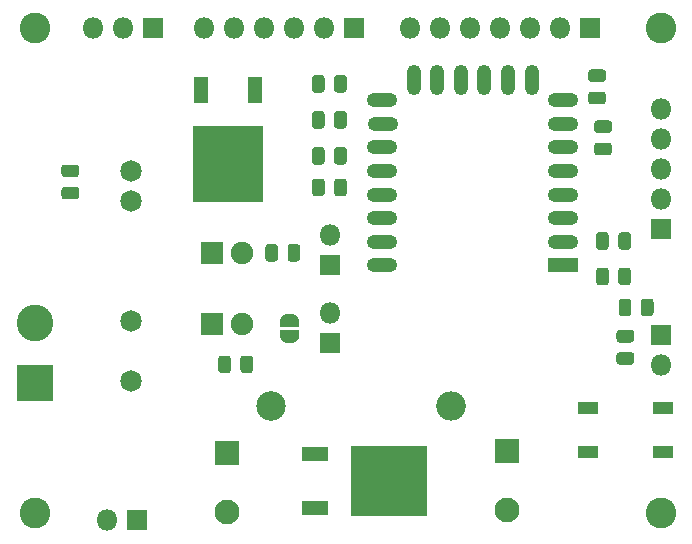
<source format=gbr>
%TF.GenerationSoftware,KiCad,Pcbnew,5.1.6-c6e7f7d~87~ubuntu18.04.1*%
%TF.CreationDate,2022-02-07T12:13:50+00:00*%
%TF.ProjectId,wifiboard-v4,77696669-626f-4617-9264-2d76342e6b69,rev?*%
%TF.SameCoordinates,Original*%
%TF.FileFunction,Soldermask,Top*%
%TF.FilePolarity,Negative*%
%FSLAX46Y46*%
G04 Gerber Fmt 4.6, Leading zero omitted, Abs format (unit mm)*
G04 Created by KiCad (PCBNEW 5.1.6-c6e7f7d~87~ubuntu18.04.1) date 2022-02-07 12:13:50*
%MOMM*%
%LPD*%
G01*
G04 APERTURE LIST*
%ADD10C,2.100000*%
%ADD11R,2.100000X2.100000*%
%ADD12C,1.900000*%
%ADD13R,1.900000X1.900000*%
%ADD14O,1.800000X1.800000*%
%ADD15R,1.800000X1.800000*%
%ADD16R,3.100000X3.100000*%
%ADD17C,3.100000*%
%ADD18C,1.825000*%
%ADD19R,5.900000X6.500000*%
%ADD20R,1.300000X2.300000*%
%ADD21C,2.500000*%
%ADD22O,2.500000X2.500000*%
%ADD23R,1.800000X1.100000*%
%ADD24C,2.600000*%
%ADD25R,2.300000X1.300000*%
%ADD26R,6.500000X5.900000*%
%ADD27R,2.600000X1.200000*%
%ADD28O,2.600000X1.200000*%
%ADD29O,1.200000X2.600000*%
%ADD30C,0.100000*%
G04 APERTURE END LIST*
D10*
%TO.C,C1*%
X39243000Y-175942000D03*
D11*
X39243000Y-170942000D03*
%TD*%
%TO.C,C2*%
G36*
G01*
X72518750Y-162400000D02*
X73481250Y-162400000D01*
G75*
G02*
X73750000Y-162668750I0J-268750D01*
G01*
X73750000Y-163206250D01*
G75*
G02*
X73481250Y-163475000I-268750J0D01*
G01*
X72518750Y-163475000D01*
G75*
G02*
X72250000Y-163206250I0J268750D01*
G01*
X72250000Y-162668750D01*
G75*
G02*
X72518750Y-162400000I268750J0D01*
G01*
G37*
G36*
G01*
X72518750Y-160525000D02*
X73481250Y-160525000D01*
G75*
G02*
X73750000Y-160793750I0J-268750D01*
G01*
X73750000Y-161331250D01*
G75*
G02*
X73481250Y-161600000I-268750J0D01*
G01*
X72518750Y-161600000D01*
G75*
G02*
X72250000Y-161331250I0J268750D01*
G01*
X72250000Y-160793750D01*
G75*
G02*
X72518750Y-160525000I268750J0D01*
G01*
G37*
%TD*%
%TO.C,C3*%
X63000000Y-170815000D03*
D10*
X63000000Y-175815000D03*
%TD*%
%TO.C,C4*%
G36*
G01*
X71093250Y-141429000D02*
X70130750Y-141429000D01*
G75*
G02*
X69862000Y-141160250I0J268750D01*
G01*
X69862000Y-140622750D01*
G75*
G02*
X70130750Y-140354000I268750J0D01*
G01*
X71093250Y-140354000D01*
G75*
G02*
X71362000Y-140622750I0J-268750D01*
G01*
X71362000Y-141160250D01*
G75*
G02*
X71093250Y-141429000I-268750J0D01*
G01*
G37*
G36*
G01*
X71093250Y-139554000D02*
X70130750Y-139554000D01*
G75*
G02*
X69862000Y-139285250I0J268750D01*
G01*
X69862000Y-138747750D01*
G75*
G02*
X70130750Y-138479000I268750J0D01*
G01*
X71093250Y-138479000D01*
G75*
G02*
X71362000Y-138747750I0J-268750D01*
G01*
X71362000Y-139285250D01*
G75*
G02*
X71093250Y-139554000I-268750J0D01*
G01*
G37*
%TD*%
%TO.C,C5*%
G36*
G01*
X70525000Y-153481250D02*
X70525000Y-152518750D01*
G75*
G02*
X70793750Y-152250000I268750J0D01*
G01*
X71331250Y-152250000D01*
G75*
G02*
X71600000Y-152518750I0J-268750D01*
G01*
X71600000Y-153481250D01*
G75*
G02*
X71331250Y-153750000I-268750J0D01*
G01*
X70793750Y-153750000D01*
G75*
G02*
X70525000Y-153481250I0J268750D01*
G01*
G37*
G36*
G01*
X72400000Y-153481250D02*
X72400000Y-152518750D01*
G75*
G02*
X72668750Y-152250000I268750J0D01*
G01*
X73206250Y-152250000D01*
G75*
G02*
X73475000Y-152518750I0J-268750D01*
G01*
X73475000Y-153481250D01*
G75*
G02*
X73206250Y-153750000I-268750J0D01*
G01*
X72668750Y-153750000D01*
G75*
G02*
X72400000Y-153481250I0J268750D01*
G01*
G37*
%TD*%
D12*
%TO.C,D1*%
X40540000Y-154000000D03*
D13*
X38000000Y-154000000D03*
%TD*%
%TO.C,D2*%
X38000000Y-160000000D03*
D12*
X40540000Y-160000000D03*
%TD*%
D14*
%TO.C,J1*%
X29083000Y-176657000D03*
D15*
X31623000Y-176657000D03*
%TD*%
%TO.C,J2*%
X76000000Y-161000000D03*
D14*
X76000000Y-163540000D03*
%TD*%
D15*
%TO.C,J3*%
X76000000Y-152000000D03*
D14*
X76000000Y-149460000D03*
X76000000Y-146920000D03*
X76000000Y-144380000D03*
X76000000Y-141840000D03*
%TD*%
D15*
%TO.C,J4*%
X70000000Y-135000000D03*
D14*
X67460000Y-135000000D03*
X64920000Y-135000000D03*
X62380000Y-135000000D03*
X59840000Y-135000000D03*
X57300000Y-135000000D03*
X54760000Y-135000000D03*
%TD*%
D15*
%TO.C,J5*%
X50000000Y-135000000D03*
D14*
X47460000Y-135000000D03*
X44920000Y-135000000D03*
X42380000Y-135000000D03*
X39840000Y-135000000D03*
X37300000Y-135000000D03*
%TD*%
D15*
%TO.C,J6*%
X48000000Y-155000000D03*
D14*
X48000000Y-152460000D03*
%TD*%
D15*
%TO.C,J7*%
X33000000Y-135000000D03*
D14*
X30460000Y-135000000D03*
X27920000Y-135000000D03*
%TD*%
D16*
%TO.C,J8*%
X23000000Y-165000000D03*
D17*
X23000000Y-159920000D03*
%TD*%
D18*
%TO.C,K1*%
X31123000Y-147110000D03*
X31123000Y-149650000D03*
X31123000Y-159810000D03*
X31123000Y-164890000D03*
%TD*%
D19*
%TO.C,Q1*%
X39370000Y-146499000D03*
D20*
X37090000Y-140199000D03*
X41650000Y-140199000D03*
%TD*%
D21*
%TO.C,R1*%
X43000000Y-167000000D03*
D22*
X58240000Y-167000000D03*
%TD*%
%TO.C,R2*%
G36*
G01*
X72439000Y-159104250D02*
X72439000Y-158141750D01*
G75*
G02*
X72707750Y-157873000I268750J0D01*
G01*
X73245250Y-157873000D01*
G75*
G02*
X73514000Y-158141750I0J-268750D01*
G01*
X73514000Y-159104250D01*
G75*
G02*
X73245250Y-159373000I-268750J0D01*
G01*
X72707750Y-159373000D01*
G75*
G02*
X72439000Y-159104250I0J268750D01*
G01*
G37*
G36*
G01*
X74314000Y-159104250D02*
X74314000Y-158141750D01*
G75*
G02*
X74582750Y-157873000I268750J0D01*
G01*
X75120250Y-157873000D01*
G75*
G02*
X75389000Y-158141750I0J-268750D01*
G01*
X75389000Y-159104250D01*
G75*
G02*
X75120250Y-159373000I-268750J0D01*
G01*
X74582750Y-159373000D01*
G75*
G02*
X74314000Y-159104250I0J268750D01*
G01*
G37*
%TD*%
%TO.C,R3*%
G36*
G01*
X70638750Y-144672000D02*
X71601250Y-144672000D01*
G75*
G02*
X71870000Y-144940750I0J-268750D01*
G01*
X71870000Y-145478250D01*
G75*
G02*
X71601250Y-145747000I-268750J0D01*
G01*
X70638750Y-145747000D01*
G75*
G02*
X70370000Y-145478250I0J268750D01*
G01*
X70370000Y-144940750D01*
G75*
G02*
X70638750Y-144672000I268750J0D01*
G01*
G37*
G36*
G01*
X70638750Y-142797000D02*
X71601250Y-142797000D01*
G75*
G02*
X71870000Y-143065750I0J-268750D01*
G01*
X71870000Y-143603250D01*
G75*
G02*
X71601250Y-143872000I-268750J0D01*
G01*
X70638750Y-143872000D01*
G75*
G02*
X70370000Y-143603250I0J268750D01*
G01*
X70370000Y-143065750D01*
G75*
G02*
X70638750Y-142797000I268750J0D01*
G01*
G37*
%TD*%
%TO.C,R4*%
G36*
G01*
X73475000Y-155518750D02*
X73475000Y-156481250D01*
G75*
G02*
X73206250Y-156750000I-268750J0D01*
G01*
X72668750Y-156750000D01*
G75*
G02*
X72400000Y-156481250I0J268750D01*
G01*
X72400000Y-155518750D01*
G75*
G02*
X72668750Y-155250000I268750J0D01*
G01*
X73206250Y-155250000D01*
G75*
G02*
X73475000Y-155518750I0J-268750D01*
G01*
G37*
G36*
G01*
X71600000Y-155518750D02*
X71600000Y-156481250D01*
G75*
G02*
X71331250Y-156750000I-268750J0D01*
G01*
X70793750Y-156750000D01*
G75*
G02*
X70525000Y-156481250I0J268750D01*
G01*
X70525000Y-155518750D01*
G75*
G02*
X70793750Y-155250000I268750J0D01*
G01*
X71331250Y-155250000D01*
G75*
G02*
X71600000Y-155518750I0J-268750D01*
G01*
G37*
%TD*%
%TO.C,R5*%
G36*
G01*
X44400000Y-154481250D02*
X44400000Y-153518750D01*
G75*
G02*
X44668750Y-153250000I268750J0D01*
G01*
X45206250Y-153250000D01*
G75*
G02*
X45475000Y-153518750I0J-268750D01*
G01*
X45475000Y-154481250D01*
G75*
G02*
X45206250Y-154750000I-268750J0D01*
G01*
X44668750Y-154750000D01*
G75*
G02*
X44400000Y-154481250I0J268750D01*
G01*
G37*
G36*
G01*
X42525000Y-154481250D02*
X42525000Y-153518750D01*
G75*
G02*
X42793750Y-153250000I268750J0D01*
G01*
X43331250Y-153250000D01*
G75*
G02*
X43600000Y-153518750I0J-268750D01*
G01*
X43600000Y-154481250D01*
G75*
G02*
X43331250Y-154750000I-268750J0D01*
G01*
X42793750Y-154750000D01*
G75*
G02*
X42525000Y-154481250I0J268750D01*
G01*
G37*
%TD*%
%TO.C,R6*%
G36*
G01*
X48342000Y-140181250D02*
X48342000Y-139218750D01*
G75*
G02*
X48610750Y-138950000I268750J0D01*
G01*
X49148250Y-138950000D01*
G75*
G02*
X49417000Y-139218750I0J-268750D01*
G01*
X49417000Y-140181250D01*
G75*
G02*
X49148250Y-140450000I-268750J0D01*
G01*
X48610750Y-140450000D01*
G75*
G02*
X48342000Y-140181250I0J268750D01*
G01*
G37*
G36*
G01*
X46467000Y-140181250D02*
X46467000Y-139218750D01*
G75*
G02*
X46735750Y-138950000I268750J0D01*
G01*
X47273250Y-138950000D01*
G75*
G02*
X47542000Y-139218750I0J-268750D01*
G01*
X47542000Y-140181250D01*
G75*
G02*
X47273250Y-140450000I-268750J0D01*
G01*
X46735750Y-140450000D01*
G75*
G02*
X46467000Y-140181250I0J268750D01*
G01*
G37*
%TD*%
%TO.C,R7*%
G36*
G01*
X46467000Y-143229250D02*
X46467000Y-142266750D01*
G75*
G02*
X46735750Y-141998000I268750J0D01*
G01*
X47273250Y-141998000D01*
G75*
G02*
X47542000Y-142266750I0J-268750D01*
G01*
X47542000Y-143229250D01*
G75*
G02*
X47273250Y-143498000I-268750J0D01*
G01*
X46735750Y-143498000D01*
G75*
G02*
X46467000Y-143229250I0J268750D01*
G01*
G37*
G36*
G01*
X48342000Y-143229250D02*
X48342000Y-142266750D01*
G75*
G02*
X48610750Y-141998000I268750J0D01*
G01*
X49148250Y-141998000D01*
G75*
G02*
X49417000Y-142266750I0J-268750D01*
G01*
X49417000Y-143229250D01*
G75*
G02*
X49148250Y-143498000I-268750J0D01*
G01*
X48610750Y-143498000D01*
G75*
G02*
X48342000Y-143229250I0J268750D01*
G01*
G37*
%TD*%
%TO.C,R8*%
G36*
G01*
X46467000Y-146277250D02*
X46467000Y-145314750D01*
G75*
G02*
X46735750Y-145046000I268750J0D01*
G01*
X47273250Y-145046000D01*
G75*
G02*
X47542000Y-145314750I0J-268750D01*
G01*
X47542000Y-146277250D01*
G75*
G02*
X47273250Y-146546000I-268750J0D01*
G01*
X46735750Y-146546000D01*
G75*
G02*
X46467000Y-146277250I0J268750D01*
G01*
G37*
G36*
G01*
X48342000Y-146277250D02*
X48342000Y-145314750D01*
G75*
G02*
X48610750Y-145046000I268750J0D01*
G01*
X49148250Y-145046000D01*
G75*
G02*
X49417000Y-145314750I0J-268750D01*
G01*
X49417000Y-146277250D01*
G75*
G02*
X49148250Y-146546000I-268750J0D01*
G01*
X48610750Y-146546000D01*
G75*
G02*
X48342000Y-146277250I0J268750D01*
G01*
G37*
%TD*%
%TO.C,R9*%
G36*
G01*
X48342000Y-148944250D02*
X48342000Y-147981750D01*
G75*
G02*
X48610750Y-147713000I268750J0D01*
G01*
X49148250Y-147713000D01*
G75*
G02*
X49417000Y-147981750I0J-268750D01*
G01*
X49417000Y-148944250D01*
G75*
G02*
X49148250Y-149213000I-268750J0D01*
G01*
X48610750Y-149213000D01*
G75*
G02*
X48342000Y-148944250I0J268750D01*
G01*
G37*
G36*
G01*
X46467000Y-148944250D02*
X46467000Y-147981750D01*
G75*
G02*
X46735750Y-147713000I268750J0D01*
G01*
X47273250Y-147713000D01*
G75*
G02*
X47542000Y-147981750I0J-268750D01*
G01*
X47542000Y-148944250D01*
G75*
G02*
X47273250Y-149213000I-268750J0D01*
G01*
X46735750Y-149213000D01*
G75*
G02*
X46467000Y-148944250I0J268750D01*
G01*
G37*
%TD*%
%TO.C,R10*%
G36*
G01*
X41480000Y-162967750D02*
X41480000Y-163930250D01*
G75*
G02*
X41211250Y-164199000I-268750J0D01*
G01*
X40673750Y-164199000D01*
G75*
G02*
X40405000Y-163930250I0J268750D01*
G01*
X40405000Y-162967750D01*
G75*
G02*
X40673750Y-162699000I268750J0D01*
G01*
X41211250Y-162699000D01*
G75*
G02*
X41480000Y-162967750I0J-268750D01*
G01*
G37*
G36*
G01*
X39605000Y-162967750D02*
X39605000Y-163930250D01*
G75*
G02*
X39336250Y-164199000I-268750J0D01*
G01*
X38798750Y-164199000D01*
G75*
G02*
X38530000Y-163930250I0J268750D01*
G01*
X38530000Y-162967750D01*
G75*
G02*
X38798750Y-162699000I268750J0D01*
G01*
X39336250Y-162699000D01*
G75*
G02*
X39605000Y-162967750I0J-268750D01*
G01*
G37*
%TD*%
%TO.C,R11*%
G36*
G01*
X26481250Y-147600000D02*
X25518750Y-147600000D01*
G75*
G02*
X25250000Y-147331250I0J268750D01*
G01*
X25250000Y-146793750D01*
G75*
G02*
X25518750Y-146525000I268750J0D01*
G01*
X26481250Y-146525000D01*
G75*
G02*
X26750000Y-146793750I0J-268750D01*
G01*
X26750000Y-147331250D01*
G75*
G02*
X26481250Y-147600000I-268750J0D01*
G01*
G37*
G36*
G01*
X26481250Y-149475000D02*
X25518750Y-149475000D01*
G75*
G02*
X25250000Y-149206250I0J268750D01*
G01*
X25250000Y-148668750D01*
G75*
G02*
X25518750Y-148400000I268750J0D01*
G01*
X26481250Y-148400000D01*
G75*
G02*
X26750000Y-148668750I0J-268750D01*
G01*
X26750000Y-149206250D01*
G75*
G02*
X26481250Y-149475000I-268750J0D01*
G01*
G37*
%TD*%
D23*
%TO.C,SW1*%
X69850000Y-167100000D03*
X76150000Y-167100000D03*
X69850000Y-170900000D03*
X76150000Y-170900000D03*
%TD*%
D24*
%TO.C,H1*%
X23000000Y-135000000D03*
%TD*%
%TO.C,H2*%
X23000000Y-176000000D03*
%TD*%
%TO.C,H3*%
X76000000Y-135000000D03*
%TD*%
%TO.C,H4*%
X76000000Y-176000000D03*
%TD*%
D15*
%TO.C,J9*%
X48006000Y-161671000D03*
D14*
X48006000Y-159131000D03*
%TD*%
D25*
%TO.C,U2*%
X46727000Y-171075000D03*
X46727000Y-175635000D03*
D26*
X53027000Y-173355000D03*
%TD*%
D27*
%TO.C,U1*%
X67756000Y-155067000D03*
D28*
X67756000Y-153067000D03*
X67756000Y-151067000D03*
X67756000Y-149067000D03*
X67756000Y-147067000D03*
X67756000Y-145067000D03*
X67756000Y-143067000D03*
X67756000Y-141067000D03*
X52356000Y-141067000D03*
X52456000Y-143067000D03*
X52356000Y-145067000D03*
X52356000Y-147067000D03*
X52356000Y-149067000D03*
X52356000Y-151067000D03*
X52356000Y-153067000D03*
X52356000Y-155067000D03*
D29*
X65066000Y-139367000D03*
X63066000Y-139367000D03*
X61066000Y-139367000D03*
X59066000Y-139367000D03*
X57066000Y-139367000D03*
X55066000Y-139367000D03*
%TD*%
D30*
%TO.C,JP1*%
G36*
X45376398Y-161057111D02*
G01*
X45376398Y-161075534D01*
X45376157Y-161080435D01*
X45371347Y-161129266D01*
X45370627Y-161134119D01*
X45361055Y-161182244D01*
X45359863Y-161187005D01*
X45345619Y-161233960D01*
X45343966Y-161238579D01*
X45325189Y-161283912D01*
X45323091Y-161288349D01*
X45299960Y-161331622D01*
X45297438Y-161335829D01*
X45270178Y-161376628D01*
X45267254Y-161380570D01*
X45236126Y-161418499D01*
X45232831Y-161422134D01*
X45198134Y-161456831D01*
X45194499Y-161460126D01*
X45156570Y-161491254D01*
X45152628Y-161494178D01*
X45111829Y-161521438D01*
X45107622Y-161523960D01*
X45064349Y-161547091D01*
X45059912Y-161549189D01*
X45014579Y-161567966D01*
X45009960Y-161569619D01*
X44963005Y-161583863D01*
X44958244Y-161585055D01*
X44910119Y-161594627D01*
X44905266Y-161595347D01*
X44856435Y-161600157D01*
X44851534Y-161600398D01*
X44833111Y-161600398D01*
X44827000Y-161601000D01*
X44327000Y-161601000D01*
X44320889Y-161600398D01*
X44302466Y-161600398D01*
X44297565Y-161600157D01*
X44248734Y-161595347D01*
X44243881Y-161594627D01*
X44195756Y-161585055D01*
X44190995Y-161583863D01*
X44144040Y-161569619D01*
X44139421Y-161567966D01*
X44094088Y-161549189D01*
X44089651Y-161547091D01*
X44046378Y-161523960D01*
X44042171Y-161521438D01*
X44001372Y-161494178D01*
X43997430Y-161491254D01*
X43959501Y-161460126D01*
X43955866Y-161456831D01*
X43921169Y-161422134D01*
X43917874Y-161418499D01*
X43886746Y-161380570D01*
X43883822Y-161376628D01*
X43856562Y-161335829D01*
X43854040Y-161331622D01*
X43830909Y-161288349D01*
X43828811Y-161283912D01*
X43810034Y-161238579D01*
X43808381Y-161233960D01*
X43794137Y-161187005D01*
X43792945Y-161182244D01*
X43783373Y-161134119D01*
X43782653Y-161129266D01*
X43777843Y-161080435D01*
X43777602Y-161075534D01*
X43777602Y-161057111D01*
X43777000Y-161051000D01*
X43777000Y-160551000D01*
X43777961Y-160541245D01*
X43780806Y-160531866D01*
X43785427Y-160523221D01*
X43791645Y-160515645D01*
X43799221Y-160509427D01*
X43807866Y-160504806D01*
X43817245Y-160501961D01*
X43827000Y-160501000D01*
X45327000Y-160501000D01*
X45336755Y-160501961D01*
X45346134Y-160504806D01*
X45354779Y-160509427D01*
X45362355Y-160515645D01*
X45368573Y-160523221D01*
X45373194Y-160531866D01*
X45376039Y-160541245D01*
X45377000Y-160551000D01*
X45377000Y-161051000D01*
X45376398Y-161057111D01*
G37*
G36*
X45376039Y-160260755D02*
G01*
X45373194Y-160270134D01*
X45368573Y-160278779D01*
X45362355Y-160286355D01*
X45354779Y-160292573D01*
X45346134Y-160297194D01*
X45336755Y-160300039D01*
X45327000Y-160301000D01*
X43827000Y-160301000D01*
X43817245Y-160300039D01*
X43807866Y-160297194D01*
X43799221Y-160292573D01*
X43791645Y-160286355D01*
X43785427Y-160278779D01*
X43780806Y-160270134D01*
X43777961Y-160260755D01*
X43777000Y-160251000D01*
X43777000Y-159751000D01*
X43777602Y-159744889D01*
X43777602Y-159726466D01*
X43777843Y-159721565D01*
X43782653Y-159672734D01*
X43783373Y-159667881D01*
X43792945Y-159619756D01*
X43794137Y-159614995D01*
X43808381Y-159568040D01*
X43810034Y-159563421D01*
X43828811Y-159518088D01*
X43830909Y-159513651D01*
X43854040Y-159470378D01*
X43856562Y-159466171D01*
X43883822Y-159425372D01*
X43886746Y-159421430D01*
X43917874Y-159383501D01*
X43921169Y-159379866D01*
X43955866Y-159345169D01*
X43959501Y-159341874D01*
X43997430Y-159310746D01*
X44001372Y-159307822D01*
X44042171Y-159280562D01*
X44046378Y-159278040D01*
X44089651Y-159254909D01*
X44094088Y-159252811D01*
X44139421Y-159234034D01*
X44144040Y-159232381D01*
X44190995Y-159218137D01*
X44195756Y-159216945D01*
X44243881Y-159207373D01*
X44248734Y-159206653D01*
X44297565Y-159201843D01*
X44302466Y-159201602D01*
X44320889Y-159201602D01*
X44327000Y-159201000D01*
X44827000Y-159201000D01*
X44833111Y-159201602D01*
X44851534Y-159201602D01*
X44856435Y-159201843D01*
X44905266Y-159206653D01*
X44910119Y-159207373D01*
X44958244Y-159216945D01*
X44963005Y-159218137D01*
X45009960Y-159232381D01*
X45014579Y-159234034D01*
X45059912Y-159252811D01*
X45064349Y-159254909D01*
X45107622Y-159278040D01*
X45111829Y-159280562D01*
X45152628Y-159307822D01*
X45156570Y-159310746D01*
X45194499Y-159341874D01*
X45198134Y-159345169D01*
X45232831Y-159379866D01*
X45236126Y-159383501D01*
X45267254Y-159421430D01*
X45270178Y-159425372D01*
X45297438Y-159466171D01*
X45299960Y-159470378D01*
X45323091Y-159513651D01*
X45325189Y-159518088D01*
X45343966Y-159563421D01*
X45345619Y-159568040D01*
X45359863Y-159614995D01*
X45361055Y-159619756D01*
X45370627Y-159667881D01*
X45371347Y-159672734D01*
X45376157Y-159721565D01*
X45376398Y-159726466D01*
X45376398Y-159744889D01*
X45377000Y-159751000D01*
X45377000Y-160251000D01*
X45376039Y-160260755D01*
G37*
%TD*%
M02*

</source>
